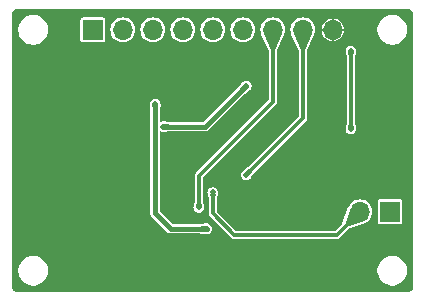
<source format=gbr>
%TF.GenerationSoftware,KiCad,Pcbnew,8.0.3*%
%TF.CreationDate,2025-01-10T12:31:23+08:00*%
%TF.ProjectId,ICM-42688,49434d2d-3432-4363-9838-2e6b69636164,rev?*%
%TF.SameCoordinates,Original*%
%TF.FileFunction,Copper,L2,Bot*%
%TF.FilePolarity,Positive*%
%FSLAX46Y46*%
G04 Gerber Fmt 4.6, Leading zero omitted, Abs format (unit mm)*
G04 Created by KiCad (PCBNEW 8.0.3) date 2025-01-10 12:31:23*
%MOMM*%
%LPD*%
G01*
G04 APERTURE LIST*
%TA.AperFunction,ComponentPad*%
%ADD10R,1.700000X1.700000*%
%TD*%
%TA.AperFunction,ComponentPad*%
%ADD11O,1.700000X1.700000*%
%TD*%
%TA.AperFunction,ViaPad*%
%ADD12C,0.500000*%
%TD*%
%TA.AperFunction,Conductor*%
%ADD13C,0.400000*%
%TD*%
%TA.AperFunction,Conductor*%
%ADD14C,0.300000*%
%TD*%
G04 APERTURE END LIST*
D10*
%TO.P,JP1,1,A*%
%TO.N,Net-(JP1-A)*%
X152510000Y-87700000D03*
D11*
%TO.P,JP1,2,B*%
%TO.N,/AP_CS_3V3*%
X149970000Y-87700000D03*
%TD*%
D10*
%TO.P,J1,1,Pin_1*%
%TO.N,+5V*%
X127350000Y-72300000D03*
D11*
%TO.P,J1,2,Pin_2*%
%TO.N,+3V3*%
X129890000Y-72300000D03*
%TO.P,J1,3,Pin_3*%
%TO.N,/DOUT_AD0*%
X132430000Y-72300000D03*
%TO.P,J1,4,Pin_4*%
%TO.N,/SDA_DIN*%
X134970000Y-72300000D03*
%TO.P,J1,5,Pin_5*%
%TO.N,/SCL_SCLK*%
X137510000Y-72300000D03*
%TO.P,J1,6,Pin_6*%
%TO.N,/AP_CS*%
X140050000Y-72300000D03*
%TO.P,J1,7,Pin_7*%
%TO.N,/INT1*%
X142590000Y-72300000D03*
%TO.P,J1,8,Pin_8*%
%TO.N,/INT2*%
X145130000Y-72300000D03*
%TO.P,J1,9,Pin_9*%
%TO.N,GND*%
X147670000Y-72300000D03*
%TD*%
D12*
%TO.N,VDD*%
X133280000Y-80490000D03*
X140337500Y-77042500D03*
%TO.N,GND*%
X129800000Y-81900000D03*
X128800000Y-81900000D03*
X137860000Y-89140000D03*
X130800000Y-81900000D03*
X151440000Y-79360000D03*
X127800000Y-81900000D03*
X139010000Y-88280000D03*
X138320000Y-81060000D03*
X131090000Y-71370000D03*
X131800000Y-81900000D03*
X135850000Y-88270000D03*
%TO.N,+3V3*%
X136992500Y-89140000D03*
X132630000Y-78580000D03*
%TO.N,/AP_CS_3V3*%
X137510000Y-86070000D03*
%TO.N,/INT1*%
X136330000Y-87340000D03*
%TO.N,/INT2*%
X140340000Y-84560000D03*
%TO.N,/AP_CS*%
X149200000Y-80690000D03*
X149200000Y-74080000D03*
%TD*%
D13*
%TO.N,VDD*%
X136890000Y-80490000D02*
X140337500Y-77042500D01*
X133280000Y-80490000D02*
X136890000Y-80490000D01*
%TO.N,+3V3*%
X132630000Y-87800000D02*
X132630000Y-78580000D01*
X133970000Y-89140000D02*
X132630000Y-87800000D01*
X136992500Y-89140000D02*
X133970000Y-89140000D01*
D14*
%TO.N,/AP_CS_3V3*%
X137510000Y-86070000D02*
X137510000Y-87840000D01*
X148000000Y-89670000D02*
X149970000Y-87700000D01*
X137510000Y-87840000D02*
X139340000Y-89670000D01*
X139340000Y-89670000D02*
X148000000Y-89670000D01*
%TO.N,/INT1*%
X136330000Y-84640000D02*
X142590000Y-78380000D01*
X142590000Y-78380000D02*
X142590000Y-72300000D01*
X136330000Y-87340000D02*
X136330000Y-84640000D01*
%TO.N,/INT2*%
X140340000Y-84560000D02*
X145130000Y-79770000D01*
X145130000Y-79770000D02*
X145130000Y-72300000D01*
%TO.N,/AP_CS*%
X149200000Y-74080000D02*
X149200000Y-80690000D01*
%TD*%
%TA.AperFunction,Conductor*%
%TO.N,GND*%
G36*
X154002733Y-70500808D02*
G01*
X154105665Y-70512406D01*
X154116361Y-70514847D01*
X154211519Y-70548144D01*
X154221393Y-70552899D01*
X154306759Y-70606538D01*
X154315337Y-70613379D01*
X154386620Y-70684662D01*
X154393461Y-70693240D01*
X154447097Y-70778600D01*
X154451858Y-70788487D01*
X154485151Y-70883637D01*
X154487593Y-70894333D01*
X154499192Y-70997265D01*
X154499500Y-71002752D01*
X154499500Y-93997247D01*
X154499192Y-94002734D01*
X154487593Y-94105666D01*
X154485151Y-94116362D01*
X154451858Y-94211512D01*
X154447097Y-94221399D01*
X154393461Y-94306759D01*
X154386620Y-94315337D01*
X154315337Y-94386620D01*
X154306759Y-94393461D01*
X154221399Y-94447097D01*
X154211512Y-94451858D01*
X154116362Y-94485151D01*
X154105666Y-94487593D01*
X154009877Y-94498386D01*
X154002732Y-94499192D01*
X153997247Y-94499500D01*
X121002753Y-94499500D01*
X120997267Y-94499192D01*
X120989061Y-94498267D01*
X120894333Y-94487593D01*
X120883637Y-94485151D01*
X120819221Y-94462612D01*
X120788484Y-94451856D01*
X120778603Y-94447098D01*
X120693240Y-94393461D01*
X120684662Y-94386620D01*
X120613379Y-94315337D01*
X120606538Y-94306759D01*
X120552899Y-94221393D01*
X120548144Y-94211519D01*
X120514847Y-94116361D01*
X120512406Y-94105665D01*
X120500808Y-94002733D01*
X120500500Y-93997247D01*
X120500500Y-92601583D01*
X121049500Y-92601583D01*
X121049500Y-92798416D01*
X121080290Y-92992823D01*
X121080291Y-92992826D01*
X121141116Y-93180026D01*
X121230472Y-93355399D01*
X121230475Y-93355403D01*
X121230476Y-93355405D01*
X121346172Y-93514646D01*
X121346174Y-93514648D01*
X121346177Y-93514652D01*
X121485347Y-93653822D01*
X121485350Y-93653824D01*
X121485354Y-93653828D01*
X121644595Y-93769524D01*
X121644597Y-93769525D01*
X121644600Y-93769527D01*
X121819973Y-93858883D01*
X121819975Y-93858884D01*
X122007174Y-93919709D01*
X122201583Y-93950500D01*
X122201584Y-93950500D01*
X122398416Y-93950500D01*
X122398417Y-93950500D01*
X122592826Y-93919709D01*
X122780025Y-93858884D01*
X122955405Y-93769524D01*
X123114646Y-93653828D01*
X123253828Y-93514646D01*
X123369524Y-93355405D01*
X123458884Y-93180025D01*
X123519709Y-92992826D01*
X123550500Y-92798417D01*
X123550500Y-92601583D01*
X151449500Y-92601583D01*
X151449500Y-92798416D01*
X151480290Y-92992823D01*
X151480291Y-92992826D01*
X151541116Y-93180026D01*
X151630472Y-93355399D01*
X151630475Y-93355403D01*
X151630476Y-93355405D01*
X151746172Y-93514646D01*
X151746174Y-93514648D01*
X151746177Y-93514652D01*
X151885347Y-93653822D01*
X151885350Y-93653824D01*
X151885354Y-93653828D01*
X152044595Y-93769524D01*
X152044597Y-93769525D01*
X152044600Y-93769527D01*
X152219973Y-93858883D01*
X152219975Y-93858884D01*
X152407174Y-93919709D01*
X152601583Y-93950500D01*
X152601584Y-93950500D01*
X152798416Y-93950500D01*
X152798417Y-93950500D01*
X152992826Y-93919709D01*
X153180025Y-93858884D01*
X153355405Y-93769524D01*
X153514646Y-93653828D01*
X153653828Y-93514646D01*
X153769524Y-93355405D01*
X153858884Y-93180025D01*
X153919709Y-92992826D01*
X153950500Y-92798417D01*
X153950500Y-92601583D01*
X153919709Y-92407174D01*
X153858884Y-92219975D01*
X153769524Y-92044595D01*
X153653828Y-91885354D01*
X153653824Y-91885350D01*
X153653822Y-91885347D01*
X153514652Y-91746177D01*
X153514653Y-91746177D01*
X153355399Y-91630472D01*
X153180026Y-91541116D01*
X152992826Y-91480291D01*
X152992823Y-91480290D01*
X152843482Y-91456637D01*
X152798417Y-91449500D01*
X152601583Y-91449500D01*
X152564998Y-91455294D01*
X152407176Y-91480290D01*
X152407173Y-91480291D01*
X152219973Y-91541116D01*
X152044600Y-91630472D01*
X151885347Y-91746177D01*
X151746177Y-91885347D01*
X151630472Y-92044600D01*
X151541116Y-92219973D01*
X151480291Y-92407173D01*
X151480290Y-92407176D01*
X151449500Y-92601583D01*
X123550500Y-92601583D01*
X123519709Y-92407174D01*
X123458884Y-92219975D01*
X123369524Y-92044595D01*
X123253828Y-91885354D01*
X123253824Y-91885350D01*
X123253822Y-91885347D01*
X123114652Y-91746177D01*
X123114653Y-91746177D01*
X122955399Y-91630472D01*
X122780026Y-91541116D01*
X122592826Y-91480291D01*
X122592823Y-91480290D01*
X122443482Y-91456637D01*
X122398417Y-91449500D01*
X122201583Y-91449500D01*
X122164998Y-91455294D01*
X122007176Y-91480290D01*
X122007173Y-91480291D01*
X121819973Y-91541116D01*
X121644600Y-91630472D01*
X121485347Y-91746177D01*
X121346177Y-91885347D01*
X121230472Y-92044600D01*
X121141116Y-92219973D01*
X121080291Y-92407173D01*
X121080290Y-92407176D01*
X121049500Y-92601583D01*
X120500500Y-92601583D01*
X120500500Y-78579997D01*
X132174867Y-78579997D01*
X132174867Y-78580000D01*
X132176032Y-78588105D01*
X132177109Y-78595596D01*
X132177379Y-78607292D01*
X132176801Y-78613256D01*
X132224465Y-79089910D01*
X132227710Y-79101581D01*
X132229500Y-79114705D01*
X132229500Y-87852730D01*
X132256792Y-87954587D01*
X132256793Y-87954589D01*
X132268743Y-87975286D01*
X132309520Y-88045913D01*
X133724087Y-89460480D01*
X133790938Y-89499077D01*
X133815410Y-89513206D01*
X133815412Y-89513207D01*
X133917269Y-89540499D01*
X133917270Y-89540500D01*
X133917273Y-89540500D01*
X136458779Y-89540500D01*
X136473072Y-89542631D01*
X136482588Y-89545533D01*
X136920843Y-89589357D01*
X136924252Y-89590023D01*
X136924256Y-89590000D01*
X136927725Y-89590499D01*
X136927728Y-89590500D01*
X136929813Y-89590500D01*
X136934688Y-89590743D01*
X136937144Y-89590988D01*
X136959239Y-89593198D01*
X136965470Y-89593671D01*
X136969039Y-89593943D01*
X136969705Y-89593977D01*
X136970148Y-89594000D01*
X136981771Y-89592023D01*
X136986658Y-89591193D01*
X136994870Y-89590500D01*
X137057272Y-89590500D01*
X137057276Y-89590499D01*
X137077824Y-89584465D01*
X137181569Y-89554004D01*
X137290549Y-89483967D01*
X137375382Y-89386063D01*
X137429197Y-89268226D01*
X137429197Y-89268224D01*
X137429198Y-89268223D01*
X137447633Y-89140002D01*
X137447633Y-89139997D01*
X137429198Y-89011776D01*
X137421797Y-88995572D01*
X137375382Y-88893937D01*
X137290549Y-88796033D01*
X137181569Y-88725996D01*
X137178681Y-88725148D01*
X137057276Y-88689500D01*
X137057272Y-88689500D01*
X136989435Y-88689500D01*
X136984703Y-88689271D01*
X136959243Y-88686801D01*
X136959241Y-88686801D01*
X136959239Y-88686801D01*
X136939591Y-88688765D01*
X136934678Y-88689257D01*
X136929803Y-88689500D01*
X136927728Y-88689500D01*
X136927725Y-88689500D01*
X136924265Y-88689998D01*
X136924261Y-88689975D01*
X136920855Y-88690638D01*
X136482587Y-88734465D01*
X136474434Y-88736732D01*
X136470915Y-88737710D01*
X136457793Y-88739500D01*
X134156189Y-88739500D01*
X134121541Y-88725148D01*
X133044852Y-87648459D01*
X133030500Y-87613811D01*
X133030500Y-87339997D01*
X135874867Y-87339997D01*
X135874867Y-87340002D01*
X135893301Y-87468223D01*
X135947118Y-87586063D01*
X136031951Y-87683967D01*
X136140931Y-87754004D01*
X136210093Y-87774311D01*
X136265223Y-87790499D01*
X136265228Y-87790500D01*
X136394772Y-87790500D01*
X136394776Y-87790499D01*
X136415324Y-87784465D01*
X136519069Y-87754004D01*
X136628049Y-87683967D01*
X136712882Y-87586063D01*
X136766697Y-87468226D01*
X136766697Y-87468224D01*
X136766698Y-87468223D01*
X136785133Y-87340002D01*
X136785133Y-87339997D01*
X136766697Y-87211774D01*
X136764307Y-87206539D01*
X136760833Y-87195807D01*
X136687628Y-86830255D01*
X136683382Y-86809051D01*
X136683377Y-86809037D01*
X136682902Y-86807327D01*
X136683030Y-86807291D01*
X136683029Y-86807286D01*
X136683071Y-86807277D01*
X136680500Y-86792495D01*
X136680500Y-86069997D01*
X137054867Y-86069997D01*
X137054867Y-86070002D01*
X137073301Y-86198221D01*
X137073303Y-86198228D01*
X137075694Y-86203464D01*
X137079166Y-86214192D01*
X137079411Y-86215414D01*
X137153827Y-86587014D01*
X137153828Y-86587019D01*
X137156619Y-86600954D01*
X137156620Y-86600957D01*
X137156621Y-86600961D01*
X137157103Y-86602696D01*
X137156929Y-86602744D01*
X137159500Y-86617508D01*
X137159500Y-87886146D01*
X137183385Y-87975286D01*
X137183386Y-87975290D01*
X137224161Y-88045913D01*
X137229530Y-88055212D01*
X139124788Y-89950470D01*
X139154040Y-89967359D01*
X139204709Y-89996613D01*
X139204711Y-89996613D01*
X139204712Y-89996614D01*
X139226998Y-90002585D01*
X139293853Y-90020500D01*
X139293856Y-90020500D01*
X148046146Y-90020500D01*
X148090716Y-90008557D01*
X148135288Y-89996614D01*
X148215212Y-89950470D01*
X148968539Y-89197141D01*
X148986266Y-89185805D01*
X150354810Y-88682362D01*
X150358711Y-88680882D01*
X150359138Y-88680715D01*
X150359145Y-88680710D01*
X150359832Y-88680357D01*
X150368070Y-88677016D01*
X150373954Y-88675232D01*
X150556450Y-88577685D01*
X150716410Y-88446410D01*
X150847685Y-88286450D01*
X150945232Y-88103954D01*
X151005300Y-87905934D01*
X151025583Y-87700000D01*
X151005300Y-87494066D01*
X150945232Y-87296046D01*
X150847685Y-87113550D01*
X150716410Y-86953590D01*
X150566121Y-86830252D01*
X151459500Y-86830252D01*
X151459500Y-88569748D01*
X151471133Y-88628231D01*
X151488882Y-88654795D01*
X151515447Y-88694552D01*
X151542012Y-88712301D01*
X151581769Y-88738867D01*
X151640252Y-88750500D01*
X151640255Y-88750500D01*
X153379745Y-88750500D01*
X153379748Y-88750500D01*
X153438231Y-88738867D01*
X153504552Y-88694552D01*
X153548867Y-88628231D01*
X153560500Y-88569748D01*
X153560500Y-86830252D01*
X153548867Y-86771769D01*
X153517462Y-86724769D01*
X153504552Y-86705447D01*
X153443569Y-86664700D01*
X153438231Y-86661133D01*
X153379748Y-86649500D01*
X151640252Y-86649500D01*
X151581769Y-86661133D01*
X151515447Y-86705447D01*
X151471133Y-86771769D01*
X151459500Y-86830252D01*
X150566121Y-86830252D01*
X150556450Y-86822315D01*
X150373954Y-86724768D01*
X150175934Y-86664700D01*
X149970000Y-86644417D01*
X149764065Y-86664700D01*
X149764064Y-86664700D01*
X149566043Y-86724769D01*
X149383548Y-86822316D01*
X149223590Y-86953590D01*
X149092316Y-87113548D01*
X148994767Y-87296047D01*
X148992081Y-87304900D01*
X148988485Y-87312922D01*
X148988686Y-87313019D01*
X148987639Y-87315183D01*
X148987637Y-87315187D01*
X148987637Y-87315188D01*
X148978509Y-87340002D01*
X148484192Y-88683732D01*
X148472853Y-88701463D01*
X147869170Y-89305148D01*
X147834522Y-89319500D01*
X139505478Y-89319500D01*
X139470830Y-89305148D01*
X137874852Y-87709170D01*
X137860500Y-87674522D01*
X137860500Y-86617660D01*
X137863337Y-86603451D01*
X137862680Y-86603251D01*
X137863377Y-86600960D01*
X137863382Y-86600949D01*
X137940588Y-86215414D01*
X137940588Y-86215409D01*
X137940832Y-86214192D01*
X137944305Y-86203463D01*
X137946697Y-86198226D01*
X137965133Y-86070000D01*
X137965133Y-86069997D01*
X137946698Y-85941776D01*
X137939297Y-85925572D01*
X137892882Y-85823937D01*
X137808049Y-85726033D01*
X137699069Y-85655996D01*
X137699066Y-85655995D01*
X137574776Y-85619500D01*
X137574772Y-85619500D01*
X137445228Y-85619500D01*
X137445223Y-85619500D01*
X137320933Y-85655995D01*
X137211950Y-85726033D01*
X137127119Y-85823936D01*
X137127118Y-85823936D01*
X137073301Y-85941776D01*
X137054867Y-86069997D01*
X136680500Y-86069997D01*
X136680500Y-84805478D01*
X136694852Y-84770830D01*
X136905685Y-84559997D01*
X139884867Y-84559997D01*
X139884867Y-84560002D01*
X139903301Y-84688223D01*
X139940321Y-84769284D01*
X139957118Y-84806063D01*
X140041951Y-84903967D01*
X140150931Y-84974004D01*
X140220093Y-84994311D01*
X140275223Y-85010499D01*
X140275228Y-85010500D01*
X140404772Y-85010500D01*
X140404776Y-85010499D01*
X140425324Y-85004465D01*
X140529069Y-84974004D01*
X140638049Y-84903967D01*
X140722882Y-84806063D01*
X140736018Y-84777297D01*
X140745903Y-84763044D01*
X140747296Y-84761648D01*
X140965316Y-84434440D01*
X140965319Y-84434433D01*
X140966201Y-84432873D01*
X140966358Y-84432962D01*
X140974982Y-84420698D01*
X145410470Y-79985212D01*
X145456614Y-79905288D01*
X145468557Y-79860716D01*
X145480500Y-79816146D01*
X145480500Y-74079997D01*
X148744867Y-74079997D01*
X148744867Y-74080002D01*
X148763301Y-74208221D01*
X148763303Y-74208228D01*
X148765694Y-74213464D01*
X148769166Y-74224192D01*
X148769411Y-74225414D01*
X148843827Y-74597014D01*
X148843828Y-74597019D01*
X148846619Y-74610954D01*
X148846620Y-74610957D01*
X148846621Y-74610961D01*
X148847103Y-74612696D01*
X148846929Y-74612744D01*
X148849500Y-74627508D01*
X148849500Y-80142339D01*
X148846673Y-80156556D01*
X148847318Y-80156753D01*
X148846617Y-80159050D01*
X148769167Y-80545805D01*
X148765695Y-80556534D01*
X148763302Y-80561775D01*
X148744867Y-80689997D01*
X148744867Y-80690002D01*
X148763301Y-80818223D01*
X148783845Y-80863206D01*
X148817118Y-80936063D01*
X148901951Y-81033967D01*
X149010931Y-81104004D01*
X149080093Y-81124311D01*
X149135223Y-81140499D01*
X149135228Y-81140500D01*
X149264772Y-81140500D01*
X149264776Y-81140499D01*
X149285324Y-81134465D01*
X149389069Y-81104004D01*
X149498049Y-81033967D01*
X149582882Y-80936063D01*
X149636697Y-80818226D01*
X149636697Y-80818224D01*
X149636698Y-80818223D01*
X149655133Y-80690002D01*
X149655133Y-80689997D01*
X149636697Y-80561774D01*
X149634307Y-80556539D01*
X149630833Y-80545807D01*
X149553384Y-80159062D01*
X149553382Y-80159051D01*
X149553377Y-80159037D01*
X149552902Y-80157327D01*
X149553030Y-80157291D01*
X149553029Y-80157286D01*
X149553071Y-80157277D01*
X149550500Y-80142495D01*
X149550500Y-74627660D01*
X149553337Y-74613451D01*
X149552680Y-74613251D01*
X149553377Y-74610960D01*
X149553382Y-74610949D01*
X149630588Y-74225414D01*
X149630588Y-74225409D01*
X149630832Y-74224192D01*
X149634305Y-74213463D01*
X149636697Y-74208226D01*
X149655133Y-74080000D01*
X149653233Y-74066782D01*
X149636698Y-73951776D01*
X149629297Y-73935572D01*
X149582882Y-73833937D01*
X149498049Y-73736033D01*
X149389069Y-73665996D01*
X149389066Y-73665995D01*
X149264776Y-73629500D01*
X149264772Y-73629500D01*
X149135228Y-73629500D01*
X149135223Y-73629500D01*
X149010933Y-73665995D01*
X148901950Y-73736033D01*
X148817119Y-73833936D01*
X148817118Y-73833936D01*
X148763301Y-73951776D01*
X148744867Y-74079997D01*
X145480500Y-74079997D01*
X145480500Y-74066782D01*
X145485020Y-74046227D01*
X146096737Y-72722532D01*
X146098350Y-72718952D01*
X146098534Y-72718533D01*
X146098537Y-72718514D01*
X146098819Y-72717641D01*
X146102264Y-72709504D01*
X146105232Y-72703954D01*
X146165300Y-72505934D01*
X146185583Y-72300000D01*
X146175734Y-72200000D01*
X146725251Y-72200000D01*
X147179157Y-72200000D01*
X147170000Y-72234174D01*
X147170000Y-72365826D01*
X147179157Y-72400000D01*
X146725252Y-72400000D01*
X146733745Y-72486233D01*
X146733745Y-72486234D01*
X146788066Y-72665305D01*
X146788069Y-72665312D01*
X146876285Y-72830351D01*
X146994996Y-72975000D01*
X146994999Y-72975003D01*
X147139649Y-73093714D01*
X147139648Y-73093714D01*
X147304687Y-73181930D01*
X147304694Y-73181933D01*
X147483766Y-73236254D01*
X147570000Y-73244748D01*
X147570000Y-72790842D01*
X147604174Y-72800000D01*
X147735826Y-72800000D01*
X147770000Y-72790842D01*
X147770000Y-73244747D01*
X147856233Y-73236254D01*
X147856234Y-73236254D01*
X148035305Y-73181933D01*
X148035312Y-73181930D01*
X148200351Y-73093714D01*
X148345000Y-72975003D01*
X148345003Y-72975000D01*
X148463714Y-72830351D01*
X148551930Y-72665312D01*
X148551933Y-72665305D01*
X148606254Y-72486234D01*
X148606254Y-72486233D01*
X148614748Y-72400000D01*
X148160843Y-72400000D01*
X148170000Y-72365826D01*
X148170000Y-72234174D01*
X148161267Y-72201583D01*
X151449500Y-72201583D01*
X151449500Y-72398416D01*
X151480290Y-72592823D01*
X151480291Y-72592826D01*
X151541116Y-72780026D01*
X151630472Y-72955399D01*
X151630475Y-72955403D01*
X151630476Y-72955405D01*
X151746172Y-73114646D01*
X151746174Y-73114648D01*
X151746177Y-73114652D01*
X151885347Y-73253822D01*
X151885350Y-73253824D01*
X151885354Y-73253828D01*
X152044595Y-73369524D01*
X152044597Y-73369525D01*
X152044600Y-73369527D01*
X152219973Y-73458883D01*
X152219975Y-73458884D01*
X152407174Y-73519709D01*
X152601583Y-73550500D01*
X152601584Y-73550500D01*
X152798416Y-73550500D01*
X152798417Y-73550500D01*
X152992826Y-73519709D01*
X153180025Y-73458884D01*
X153355405Y-73369524D01*
X153514646Y-73253828D01*
X153653828Y-73114646D01*
X153769524Y-72955405D01*
X153858884Y-72780025D01*
X153919709Y-72592826D01*
X153950500Y-72398417D01*
X153950500Y-72201583D01*
X153919709Y-72007174D01*
X153858884Y-71819975D01*
X153769524Y-71644595D01*
X153653828Y-71485354D01*
X153653824Y-71485350D01*
X153653822Y-71485347D01*
X153514652Y-71346177D01*
X153514653Y-71346177D01*
X153483945Y-71323866D01*
X153355405Y-71230476D01*
X153355403Y-71230475D01*
X153355399Y-71230472D01*
X153180026Y-71141116D01*
X152992826Y-71080291D01*
X152992823Y-71080290D01*
X152843482Y-71056637D01*
X152798417Y-71049500D01*
X152601583Y-71049500D01*
X152564998Y-71055294D01*
X152407176Y-71080290D01*
X152407173Y-71080291D01*
X152219973Y-71141116D01*
X152044600Y-71230472D01*
X151885347Y-71346177D01*
X151746177Y-71485347D01*
X151630472Y-71644600D01*
X151541116Y-71819973D01*
X151480291Y-72007173D01*
X151480290Y-72007176D01*
X151449500Y-72201583D01*
X148161267Y-72201583D01*
X148160843Y-72200000D01*
X148614748Y-72200000D01*
X148606254Y-72113766D01*
X148606254Y-72113765D01*
X148551933Y-71934694D01*
X148551930Y-71934687D01*
X148463714Y-71769648D01*
X148345003Y-71624999D01*
X148345000Y-71624996D01*
X148200350Y-71506285D01*
X148200351Y-71506285D01*
X148035312Y-71418069D01*
X148035305Y-71418066D01*
X147856234Y-71363745D01*
X147770000Y-71355251D01*
X147770000Y-71809157D01*
X147735826Y-71800000D01*
X147604174Y-71800000D01*
X147570000Y-71809157D01*
X147570000Y-71355251D01*
X147569999Y-71355251D01*
X147483766Y-71363745D01*
X147483764Y-71363745D01*
X147304694Y-71418066D01*
X147304687Y-71418069D01*
X147139648Y-71506285D01*
X146994999Y-71624996D01*
X146994996Y-71624999D01*
X146876285Y-71769648D01*
X146788069Y-71934687D01*
X146788066Y-71934694D01*
X146733745Y-72113765D01*
X146733745Y-72113766D01*
X146725251Y-72200000D01*
X146175734Y-72200000D01*
X146165300Y-72094066D01*
X146105232Y-71896046D01*
X146007685Y-71713550D01*
X145876410Y-71553590D01*
X145716450Y-71422315D01*
X145533954Y-71324768D01*
X145335934Y-71264700D01*
X145130000Y-71244417D01*
X144924065Y-71264700D01*
X144924064Y-71264700D01*
X144726043Y-71324769D01*
X144543548Y-71422316D01*
X144383590Y-71553590D01*
X144252316Y-71713548D01*
X144154769Y-71896043D01*
X144094700Y-72094064D01*
X144094700Y-72094065D01*
X144074417Y-72299999D01*
X144074417Y-72300000D01*
X144094700Y-72505934D01*
X144094700Y-72505935D01*
X144154767Y-72703951D01*
X144154770Y-72703960D01*
X144159130Y-72712116D01*
X144162261Y-72720336D01*
X144162473Y-72720263D01*
X144163261Y-72722529D01*
X144163262Y-72722532D01*
X144731331Y-73951776D01*
X144774980Y-74046227D01*
X144779500Y-74066783D01*
X144779500Y-79604521D01*
X144765148Y-79639169D01*
X140479414Y-83924902D01*
X140467382Y-83932989D01*
X140467682Y-83933551D01*
X140465557Y-83934683D01*
X140138353Y-84152702D01*
X140138346Y-84152707D01*
X140136027Y-84154801D01*
X140129692Y-84159643D01*
X140041951Y-84216033D01*
X139957118Y-84313936D01*
X139903301Y-84431776D01*
X139884867Y-84559997D01*
X136905685Y-84559997D01*
X142870469Y-78595213D01*
X142870470Y-78595212D01*
X142916614Y-78515288D01*
X142917010Y-78513810D01*
X142940500Y-78426144D01*
X142940500Y-74066782D01*
X142945020Y-74046227D01*
X143556737Y-72722532D01*
X143558350Y-72718952D01*
X143558534Y-72718533D01*
X143558537Y-72718514D01*
X143558819Y-72717641D01*
X143562264Y-72709504D01*
X143565232Y-72703954D01*
X143625300Y-72505934D01*
X143645583Y-72300000D01*
X143625300Y-72094066D01*
X143565232Y-71896046D01*
X143467685Y-71713550D01*
X143336410Y-71553590D01*
X143176450Y-71422315D01*
X142993954Y-71324768D01*
X142795934Y-71264700D01*
X142590000Y-71244417D01*
X142384065Y-71264700D01*
X142384064Y-71264700D01*
X142186043Y-71324769D01*
X142003548Y-71422316D01*
X141843590Y-71553590D01*
X141712316Y-71713548D01*
X141614769Y-71896043D01*
X141554700Y-72094064D01*
X141554700Y-72094065D01*
X141534417Y-72299999D01*
X141534417Y-72300000D01*
X141554700Y-72505934D01*
X141554700Y-72505935D01*
X141614767Y-72703951D01*
X141614770Y-72703960D01*
X141619130Y-72712116D01*
X141622261Y-72720336D01*
X141622473Y-72720263D01*
X141623261Y-72722529D01*
X141623262Y-72722532D01*
X142191331Y-73951776D01*
X142234980Y-74046227D01*
X142239500Y-74066783D01*
X142239500Y-78214522D01*
X142225148Y-78249170D01*
X136049531Y-84424787D01*
X136049530Y-84424787D01*
X136003386Y-84504709D01*
X136003385Y-84504713D01*
X135979500Y-84593853D01*
X135979500Y-86792339D01*
X135976673Y-86806556D01*
X135977318Y-86806753D01*
X135976617Y-86809050D01*
X135899167Y-87195805D01*
X135895695Y-87206534D01*
X135893302Y-87211775D01*
X135874867Y-87339997D01*
X133030500Y-87339997D01*
X133030500Y-80951716D01*
X133044852Y-80917068D01*
X133079500Y-80902716D01*
X133093305Y-80904701D01*
X133215223Y-80940499D01*
X133215228Y-80940500D01*
X133283074Y-80940500D01*
X133287805Y-80940728D01*
X133313260Y-80943198D01*
X133336276Y-80940896D01*
X133337811Y-80940743D01*
X133342686Y-80940500D01*
X133344772Y-80940500D01*
X133348245Y-80940000D01*
X133348248Y-80940024D01*
X133351657Y-80939357D01*
X133789912Y-80895533D01*
X133801579Y-80892289D01*
X133814702Y-80890500D01*
X136942730Y-80890500D01*
X136942730Y-80890499D01*
X137044588Y-80863207D01*
X137135913Y-80810480D01*
X140243298Y-77703093D01*
X140254907Y-77694497D01*
X140263694Y-77689818D01*
X140628279Y-77391519D01*
X140632817Y-77388221D01*
X140635549Y-77386467D01*
X140636372Y-77385516D01*
X140641497Y-77380417D01*
X140641895Y-77380076D01*
X140642726Y-77379327D01*
X140645819Y-77374965D01*
X140648742Y-77371239D01*
X140720382Y-77288563D01*
X140774197Y-77170726D01*
X140774197Y-77170724D01*
X140774198Y-77170723D01*
X140792633Y-77042502D01*
X140792633Y-77042497D01*
X140774198Y-76914276D01*
X140766797Y-76898072D01*
X140720382Y-76796437D01*
X140635549Y-76698533D01*
X140526569Y-76628496D01*
X140526566Y-76628495D01*
X140402276Y-76592000D01*
X140402272Y-76592000D01*
X140272728Y-76592000D01*
X140272723Y-76592000D01*
X140148433Y-76628495D01*
X140039449Y-76698533D01*
X140014298Y-76727559D01*
X140008411Y-76733299D01*
X139993521Y-76745557D01*
X139855479Y-76914276D01*
X139690179Y-77116309D01*
X139690178Y-77116311D01*
X139684219Y-77126857D01*
X139676207Y-77137398D01*
X136738459Y-80075148D01*
X136703811Y-80089500D01*
X133813725Y-80089500D01*
X133799432Y-80087369D01*
X133789915Y-80084466D01*
X133351650Y-80040639D01*
X133348247Y-80039975D01*
X133348244Y-80039999D01*
X133344772Y-80039500D01*
X133342701Y-80039500D01*
X133337825Y-80039257D01*
X133313265Y-80036801D01*
X133313255Y-80036800D01*
X133304983Y-80036174D01*
X133303288Y-80036046D01*
X133302216Y-80035991D01*
X133285710Y-80038804D01*
X133277480Y-80039500D01*
X133215221Y-80039500D01*
X133093304Y-80075298D01*
X133056016Y-80071289D01*
X133032485Y-80042087D01*
X133030500Y-80028283D01*
X133030500Y-79113724D01*
X133032631Y-79099431D01*
X133035532Y-79089917D01*
X133035534Y-79089912D01*
X133083198Y-78613260D01*
X133083323Y-78611604D01*
X133083943Y-78603459D01*
X133084000Y-78602360D01*
X133083999Y-78602355D01*
X133084000Y-78602351D01*
X133083999Y-78602346D01*
X133083842Y-78599653D01*
X133084116Y-78599636D01*
X133083967Y-78588105D01*
X133085133Y-78580001D01*
X133085133Y-78579998D01*
X133066698Y-78451776D01*
X133054992Y-78426144D01*
X133012882Y-78333937D01*
X132928049Y-78236033D01*
X132819069Y-78165996D01*
X132819066Y-78165995D01*
X132694776Y-78129500D01*
X132694772Y-78129500D01*
X132565228Y-78129500D01*
X132565223Y-78129500D01*
X132440933Y-78165995D01*
X132331950Y-78236033D01*
X132247119Y-78333936D01*
X132247118Y-78333936D01*
X132193301Y-78451776D01*
X132174867Y-78579997D01*
X120500500Y-78579997D01*
X120500500Y-72201583D01*
X121049500Y-72201583D01*
X121049500Y-72398416D01*
X121080290Y-72592823D01*
X121080291Y-72592826D01*
X121141116Y-72780026D01*
X121230472Y-72955399D01*
X121230475Y-72955403D01*
X121230476Y-72955405D01*
X121346172Y-73114646D01*
X121346174Y-73114648D01*
X121346177Y-73114652D01*
X121485347Y-73253822D01*
X121485350Y-73253824D01*
X121485354Y-73253828D01*
X121644595Y-73369524D01*
X121644597Y-73369525D01*
X121644600Y-73369527D01*
X121819973Y-73458883D01*
X121819975Y-73458884D01*
X122007174Y-73519709D01*
X122201583Y-73550500D01*
X122201584Y-73550500D01*
X122398416Y-73550500D01*
X122398417Y-73550500D01*
X122592826Y-73519709D01*
X122780025Y-73458884D01*
X122955405Y-73369524D01*
X123114646Y-73253828D01*
X123253828Y-73114646D01*
X123369524Y-72955405D01*
X123458884Y-72780025D01*
X123519709Y-72592826D01*
X123550500Y-72398417D01*
X123550500Y-72201583D01*
X123519709Y-72007174D01*
X123458884Y-71819975D01*
X123369524Y-71644595D01*
X123253828Y-71485354D01*
X123253824Y-71485350D01*
X123253822Y-71485347D01*
X123198727Y-71430252D01*
X126299500Y-71430252D01*
X126299500Y-73169748D01*
X126311133Y-73228231D01*
X126328233Y-73253822D01*
X126355447Y-73294552D01*
X126382012Y-73312301D01*
X126421769Y-73338867D01*
X126480252Y-73350500D01*
X126480255Y-73350500D01*
X128219745Y-73350500D01*
X128219748Y-73350500D01*
X128278231Y-73338867D01*
X128344552Y-73294552D01*
X128388867Y-73228231D01*
X128400500Y-73169748D01*
X128400500Y-72300000D01*
X128834417Y-72300000D01*
X128854700Y-72505934D01*
X128914767Y-72703952D01*
X128914769Y-72703956D01*
X128922785Y-72718952D01*
X129012315Y-72886450D01*
X129143590Y-73046410D01*
X129303550Y-73177685D01*
X129486046Y-73275232D01*
X129684066Y-73335300D01*
X129890000Y-73355583D01*
X130095934Y-73335300D01*
X130293954Y-73275232D01*
X130476450Y-73177685D01*
X130636410Y-73046410D01*
X130767685Y-72886450D01*
X130865232Y-72703954D01*
X130925300Y-72505934D01*
X130945583Y-72300000D01*
X131374417Y-72300000D01*
X131394700Y-72505934D01*
X131454767Y-72703952D01*
X131454769Y-72703956D01*
X131462785Y-72718952D01*
X131552315Y-72886450D01*
X131683590Y-73046410D01*
X131843550Y-73177685D01*
X132026046Y-73275232D01*
X132224066Y-73335300D01*
X132430000Y-73355583D01*
X132635934Y-73335300D01*
X132833954Y-73275232D01*
X133016450Y-73177685D01*
X133176410Y-73046410D01*
X133307685Y-72886450D01*
X133405232Y-72703954D01*
X133465300Y-72505934D01*
X133485583Y-72300000D01*
X133914417Y-72300000D01*
X133934700Y-72505934D01*
X133994767Y-72703952D01*
X133994769Y-72703956D01*
X134002785Y-72718952D01*
X134092315Y-72886450D01*
X134223590Y-73046410D01*
X134383550Y-73177685D01*
X134566046Y-73275232D01*
X134764066Y-73335300D01*
X134970000Y-73355583D01*
X135175934Y-73335300D01*
X135373954Y-73275232D01*
X135556450Y-73177685D01*
X135716410Y-73046410D01*
X135847685Y-72886450D01*
X135945232Y-72703954D01*
X136005300Y-72505934D01*
X136025583Y-72300000D01*
X136454417Y-72300000D01*
X136474700Y-72505934D01*
X136534767Y-72703952D01*
X136534769Y-72703956D01*
X136542785Y-72718952D01*
X136632315Y-72886450D01*
X136763590Y-73046410D01*
X136923550Y-73177685D01*
X137106046Y-73275232D01*
X137304066Y-73335300D01*
X137510000Y-73355583D01*
X137715934Y-73335300D01*
X137913954Y-73275232D01*
X138096450Y-73177685D01*
X138256410Y-73046410D01*
X138387685Y-72886450D01*
X138485232Y-72703954D01*
X138545300Y-72505934D01*
X138565583Y-72300000D01*
X138994417Y-72300000D01*
X139014700Y-72505934D01*
X139074767Y-72703952D01*
X139074769Y-72703956D01*
X139082785Y-72718952D01*
X139172315Y-72886450D01*
X139303590Y-73046410D01*
X139463550Y-73177685D01*
X139646046Y-73275232D01*
X139844066Y-73335300D01*
X140050000Y-73355583D01*
X140255934Y-73335300D01*
X140453954Y-73275232D01*
X140636450Y-73177685D01*
X140796410Y-73046410D01*
X140927685Y-72886450D01*
X141025232Y-72703954D01*
X141085300Y-72505934D01*
X141105583Y-72300000D01*
X141085300Y-72094066D01*
X141025232Y-71896046D01*
X140927685Y-71713550D01*
X140796410Y-71553590D01*
X140636450Y-71422315D01*
X140453954Y-71324768D01*
X140255934Y-71264700D01*
X140050000Y-71244417D01*
X139844065Y-71264700D01*
X139844064Y-71264700D01*
X139646043Y-71324769D01*
X139463548Y-71422316D01*
X139303590Y-71553590D01*
X139172316Y-71713548D01*
X139074769Y-71896043D01*
X139014700Y-72094064D01*
X139014700Y-72094065D01*
X139014700Y-72094066D01*
X138994417Y-72300000D01*
X138565583Y-72300000D01*
X138545300Y-72094066D01*
X138485232Y-71896046D01*
X138387685Y-71713550D01*
X138256410Y-71553590D01*
X138096450Y-71422315D01*
X137913954Y-71324768D01*
X137715934Y-71264700D01*
X137510000Y-71244417D01*
X137304065Y-71264700D01*
X137304064Y-71264700D01*
X137106043Y-71324769D01*
X136923548Y-71422316D01*
X136763590Y-71553590D01*
X136632316Y-71713548D01*
X136534769Y-71896043D01*
X136474700Y-72094064D01*
X136474700Y-72094065D01*
X136474700Y-72094066D01*
X136454417Y-72300000D01*
X136025583Y-72300000D01*
X136005300Y-72094066D01*
X135945232Y-71896046D01*
X135847685Y-71713550D01*
X135716410Y-71553590D01*
X135556450Y-71422315D01*
X135373954Y-71324768D01*
X135175934Y-71264700D01*
X134970000Y-71244417D01*
X134764065Y-71264700D01*
X134764064Y-71264700D01*
X134566043Y-71324769D01*
X134383548Y-71422316D01*
X134223590Y-71553590D01*
X134092316Y-71713548D01*
X133994769Y-71896043D01*
X133934700Y-72094064D01*
X133934700Y-72094065D01*
X133934700Y-72094066D01*
X133914417Y-72300000D01*
X133485583Y-72300000D01*
X133465300Y-72094066D01*
X133405232Y-71896046D01*
X133307685Y-71713550D01*
X133176410Y-71553590D01*
X133016450Y-71422315D01*
X132833954Y-71324768D01*
X132635934Y-71264700D01*
X132430000Y-71244417D01*
X132224065Y-71264700D01*
X132224064Y-71264700D01*
X132026043Y-71324769D01*
X131843548Y-71422316D01*
X131683590Y-71553590D01*
X131552316Y-71713548D01*
X131454769Y-71896043D01*
X131394700Y-72094064D01*
X131394700Y-72094065D01*
X131394700Y-72094066D01*
X131374417Y-72300000D01*
X130945583Y-72300000D01*
X130925300Y-72094066D01*
X130865232Y-71896046D01*
X130767685Y-71713550D01*
X130636410Y-71553590D01*
X130476450Y-71422315D01*
X130293954Y-71324768D01*
X130095934Y-71264700D01*
X129890000Y-71244417D01*
X129684065Y-71264700D01*
X129684064Y-71264700D01*
X129486043Y-71324769D01*
X129303548Y-71422316D01*
X129143590Y-71553590D01*
X129012316Y-71713548D01*
X128914769Y-71896043D01*
X128854700Y-72094064D01*
X128854700Y-72094065D01*
X128854700Y-72094066D01*
X128834417Y-72300000D01*
X128400500Y-72300000D01*
X128400500Y-71430252D01*
X128388867Y-71371769D01*
X128357462Y-71324769D01*
X128344552Y-71305447D01*
X128283569Y-71264700D01*
X128278231Y-71261133D01*
X128219748Y-71249500D01*
X126480252Y-71249500D01*
X126421769Y-71261133D01*
X126355447Y-71305447D01*
X126311133Y-71371769D01*
X126299500Y-71430252D01*
X123198727Y-71430252D01*
X123114652Y-71346177D01*
X123114653Y-71346177D01*
X123083945Y-71323866D01*
X122955405Y-71230476D01*
X122955403Y-71230475D01*
X122955399Y-71230472D01*
X122780026Y-71141116D01*
X122592826Y-71080291D01*
X122592823Y-71080290D01*
X122443482Y-71056637D01*
X122398417Y-71049500D01*
X122201583Y-71049500D01*
X122164998Y-71055294D01*
X122007176Y-71080290D01*
X122007173Y-71080291D01*
X121819973Y-71141116D01*
X121644600Y-71230472D01*
X121485347Y-71346177D01*
X121346177Y-71485347D01*
X121230472Y-71644600D01*
X121141116Y-71819973D01*
X121080291Y-72007173D01*
X121080290Y-72007176D01*
X121049500Y-72201583D01*
X120500500Y-72201583D01*
X120500500Y-71002752D01*
X120500808Y-70997266D01*
X120500808Y-70997265D01*
X120512406Y-70894332D01*
X120514848Y-70883637D01*
X120548145Y-70788477D01*
X120552897Y-70778610D01*
X120606541Y-70693235D01*
X120613375Y-70684666D01*
X120684666Y-70613375D01*
X120693235Y-70606541D01*
X120778610Y-70552897D01*
X120788477Y-70548145D01*
X120883640Y-70514847D01*
X120894332Y-70512406D01*
X120997267Y-70500808D01*
X121002753Y-70500500D01*
X121065892Y-70500500D01*
X153934108Y-70500500D01*
X153997247Y-70500500D01*
X154002733Y-70500808D01*
G37*
%TD.AperFunction*%
%TD*%
%TA.AperFunction,Conductor*%
%TO.N,VDD*%
G36*
X140169033Y-76874042D02*
G01*
X140169864Y-76874791D01*
X140338173Y-77041760D01*
X140338239Y-77041826D01*
X140505208Y-77210135D01*
X140508602Y-77218422D01*
X140505142Y-77226681D01*
X140504311Y-77227430D01*
X140133563Y-77530770D01*
X140124990Y-77533357D01*
X140117881Y-77529988D01*
X139850011Y-77262118D01*
X139846584Y-77253845D01*
X139849227Y-77246439D01*
X140152570Y-76875687D01*
X140160460Y-76871455D01*
X140169033Y-76874042D01*
G37*
%TD.AperFunction*%
%TD*%
%TA.AperFunction,Conductor*%
%TO.N,VDD*%
G36*
X133292807Y-80241280D02*
G01*
X133769464Y-80288946D01*
X133777355Y-80293179D01*
X133780000Y-80300588D01*
X133780000Y-80679411D01*
X133776573Y-80687684D01*
X133769464Y-80691053D01*
X133292812Y-80738718D01*
X133284239Y-80736131D01*
X133280006Y-80728240D01*
X133279948Y-80727123D01*
X133279790Y-80687684D01*
X133279000Y-80490000D01*
X133279948Y-80252874D01*
X133283408Y-80244617D01*
X133291695Y-80241223D01*
X133292807Y-80241280D01*
G37*
%TD.AperFunction*%
%TD*%
%TA.AperFunction,Conductor*%
%TO.N,+3V3*%
G36*
X132867124Y-78579948D02*
G01*
X132875382Y-78583408D01*
X132878776Y-78591695D01*
X132878718Y-78592812D01*
X132831054Y-79069464D01*
X132826821Y-79077355D01*
X132819412Y-79080000D01*
X132440588Y-79080000D01*
X132432315Y-79076573D01*
X132428946Y-79069464D01*
X132381281Y-78592812D01*
X132383868Y-78584239D01*
X132391759Y-78580006D01*
X132392865Y-78579948D01*
X132630000Y-78579000D01*
X132867124Y-78579948D01*
G37*
%TD.AperFunction*%
%TD*%
%TA.AperFunction,Conductor*%
%TO.N,+3V3*%
G36*
X136988260Y-88893868D02*
G01*
X136992493Y-88901759D01*
X136992551Y-88902876D01*
X136993500Y-89140000D01*
X136993500Y-89140094D01*
X136992551Y-89377123D01*
X136989091Y-89385382D01*
X136980804Y-89388776D01*
X136979687Y-89388718D01*
X136503036Y-89341053D01*
X136495145Y-89336820D01*
X136492500Y-89329411D01*
X136492500Y-88950588D01*
X136495927Y-88942315D01*
X136503034Y-88938946D01*
X136979687Y-88891281D01*
X136988260Y-88893868D01*
G37*
%TD.AperFunction*%
%TD*%
%TA.AperFunction,Conductor*%
%TO.N,/AP_CS_3V3*%
G36*
X137732135Y-86161973D02*
G01*
X137738443Y-86168328D01*
X137739089Y-86175062D01*
X137661883Y-86560597D01*
X137656899Y-86568037D01*
X137650411Y-86570000D01*
X137369589Y-86570000D01*
X137361316Y-86566573D01*
X137358117Y-86560597D01*
X137355326Y-86546662D01*
X137280910Y-86175060D01*
X137282645Y-86166277D01*
X137287862Y-86161974D01*
X137505484Y-86070889D01*
X137514436Y-86070857D01*
X137732135Y-86161973D01*
G37*
%TD.AperFunction*%
%TD*%
%TA.AperFunction,Conductor*%
%TO.N,/AP_CS_3V3*%
G36*
X149195948Y-87379363D02*
G01*
X149212355Y-87386138D01*
X149966215Y-87697438D01*
X149972552Y-87703761D01*
X149972562Y-87703785D01*
X150290636Y-88474051D01*
X150290627Y-88483006D01*
X150284288Y-88489331D01*
X150283861Y-88489498D01*
X148881006Y-89005564D01*
X148872059Y-89005204D01*
X148868694Y-89002856D01*
X148667143Y-88801305D01*
X148663716Y-88793032D01*
X148664433Y-88788999D01*
X149180501Y-87386137D01*
X149186574Y-87379556D01*
X149195521Y-87379196D01*
X149195948Y-87379363D01*
G37*
%TD.AperFunction*%
%TD*%
%TA.AperFunction,Conductor*%
%TO.N,/INT1*%
G36*
X142594489Y-72300865D02*
G01*
X143364061Y-72620612D01*
X143370386Y-72626951D01*
X143370377Y-72635906D01*
X143370193Y-72636325D01*
X142743139Y-73993208D01*
X142736557Y-73999281D01*
X142732518Y-74000000D01*
X142447482Y-74000000D01*
X142439209Y-73996573D01*
X142436861Y-73993208D01*
X141809806Y-72636325D01*
X141809446Y-72627378D01*
X141815519Y-72620796D01*
X141815913Y-72620622D01*
X142585511Y-72300864D01*
X142594466Y-72300856D01*
X142594489Y-72300865D01*
G37*
%TD.AperFunction*%
%TD*%
%TA.AperFunction,Conductor*%
%TO.N,/INT1*%
G36*
X136478684Y-86843427D02*
G01*
X136481883Y-86849403D01*
X136559089Y-87234937D01*
X136557354Y-87243722D01*
X136552134Y-87248027D01*
X136334517Y-87339109D01*
X136325563Y-87339142D01*
X136325483Y-87339109D01*
X136107865Y-87248027D01*
X136101556Y-87241672D01*
X136100910Y-87234939D01*
X136178117Y-86849403D01*
X136183101Y-86841963D01*
X136189589Y-86840000D01*
X136470411Y-86840000D01*
X136478684Y-86843427D01*
G37*
%TD.AperFunction*%
%TD*%
%TA.AperFunction,Conductor*%
%TO.N,/INT2*%
G36*
X140594268Y-84107162D02*
G01*
X140792837Y-84305731D01*
X140796264Y-84314004D01*
X140794301Y-84320492D01*
X140576281Y-84647700D01*
X140568841Y-84652684D01*
X140562107Y-84652038D01*
X140343824Y-84562564D01*
X140337468Y-84556255D01*
X140337435Y-84556175D01*
X140247961Y-84337890D01*
X140247994Y-84328938D01*
X140252296Y-84323721D01*
X140579507Y-84105697D01*
X140588292Y-84103963D01*
X140594268Y-84107162D01*
G37*
%TD.AperFunction*%
%TD*%
%TA.AperFunction,Conductor*%
%TO.N,/INT2*%
G36*
X145134489Y-72300865D02*
G01*
X145904061Y-72620612D01*
X145910386Y-72626951D01*
X145910377Y-72635906D01*
X145910193Y-72636325D01*
X145283139Y-73993208D01*
X145276557Y-73999281D01*
X145272518Y-74000000D01*
X144987482Y-74000000D01*
X144979209Y-73996573D01*
X144976861Y-73993208D01*
X144349806Y-72636325D01*
X144349446Y-72627378D01*
X144355519Y-72620796D01*
X144355913Y-72620622D01*
X145125511Y-72300864D01*
X145134466Y-72300856D01*
X145134489Y-72300865D01*
G37*
%TD.AperFunction*%
%TD*%
%TA.AperFunction,Conductor*%
%TO.N,/AP_CS*%
G36*
X149348684Y-80193427D02*
G01*
X149351883Y-80199403D01*
X149429089Y-80584937D01*
X149427354Y-80593722D01*
X149422134Y-80598027D01*
X149204517Y-80689109D01*
X149195563Y-80689142D01*
X149195483Y-80689109D01*
X148977865Y-80598027D01*
X148971556Y-80591672D01*
X148970910Y-80584939D01*
X149048117Y-80199403D01*
X149053101Y-80191963D01*
X149059589Y-80190000D01*
X149340411Y-80190000D01*
X149348684Y-80193427D01*
G37*
%TD.AperFunction*%
%TD*%
%TA.AperFunction,Conductor*%
%TO.N,/AP_CS*%
G36*
X149422135Y-74171973D02*
G01*
X149428443Y-74178328D01*
X149429089Y-74185062D01*
X149351883Y-74570597D01*
X149346899Y-74578037D01*
X149340411Y-74580000D01*
X149059589Y-74580000D01*
X149051316Y-74576573D01*
X149048117Y-74570597D01*
X149045326Y-74556662D01*
X148970910Y-74185060D01*
X148972645Y-74176277D01*
X148977862Y-74171974D01*
X149195484Y-74080889D01*
X149204436Y-74080857D01*
X149422135Y-74171973D01*
G37*
%TD.AperFunction*%
%TD*%
M02*

</source>
